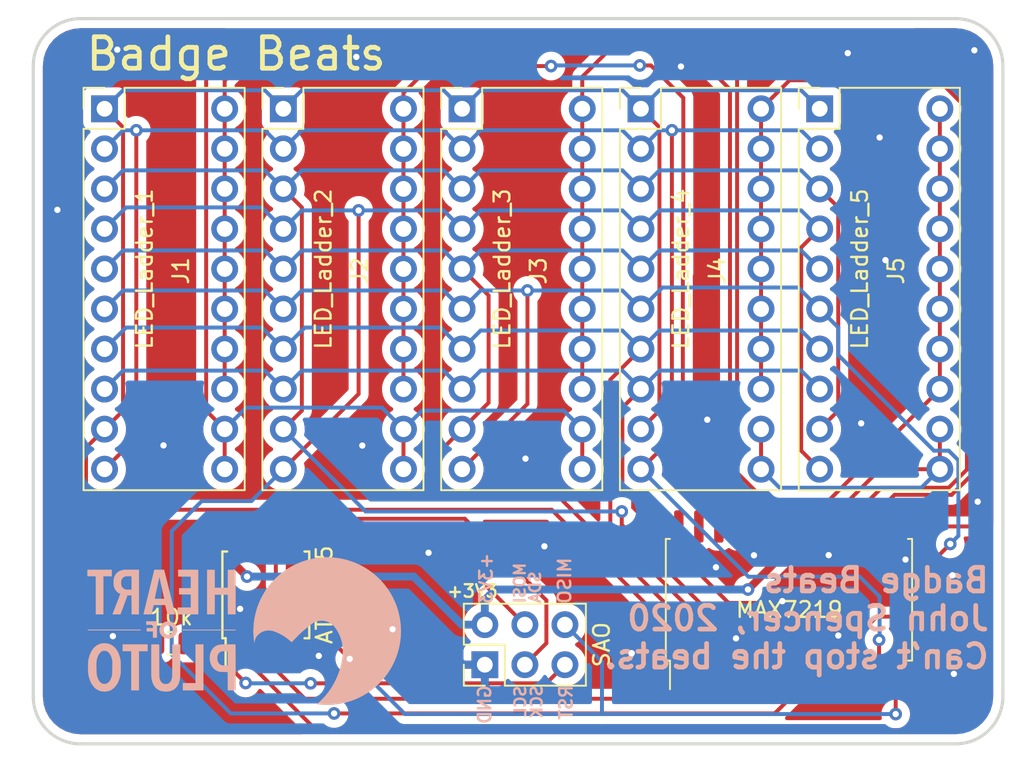
<source format=kicad_pcb>
(kicad_pcb (version 20171130) (host pcbnew "(5.1.6)-1")
  (layers (0 F.Cu signal) (31 B.Cu signal) (34 B.Paste user) (35 F.Paste user) (36 B.SilkS user) (37 F.SilkS user) (38 B.Mask user) (39 F.Mask user) (44 Edge.Cuts user))
  (net 0 "")
  (net 1 /DIG_0)
  (net 2 /SEG_C)
  (net 3 /DIG_1)
  (net 4 /DIG_2)
  (net 5 /DIG_3)
  (net 6 /DIG_4)
  (net 7 /DIG_5)
  (net 8 /DIG_6)
  (net 9 /DIG_7)
  (net 10 /SEG_A)
  (net 11 /SEG_D)
  (net 12 /SEG_E)
  (net 13 /SEG_F)
  (net 14 /SEG_B)
  (net 15 /SEG_G)
  (net 16 +3V3)
  (net 17 GND)
  (net 18 "Net-(U1-Pad24)")
  (net 19 "Net-(U1-Pad22)")
  (net 20 "Net-(U1-Pad18)")
  (net 21 /CLK)
  (net 22 /LOAD)
  (net 23 /DIN)
  (net 24 /RESET)
  (net 25 /MOSI)
  (net 26 /SCK)
  (module libs:logo (layer B.Cu) (at 78.17 69.33 180)
    (fp_text reference G*** hide)
    (fp_text value LOGO hide)
  )
  (module Resistor_SMD:R_0805_2012Metric_Pad1.15x1.40mm_HandSolder (layer F.Cu) (at 78.81 75.67 180)
    (fp_text reference R1 hide)
    (fp_text value 10k (at 0 1.65) (layer F.SilkS))
    (pad 2 smd roundrect (at 1.025 0 180) (size 1.15 1.4) (layers F.Cu F.Paste F.Mask) (roundrect_rratio 0.217391) (net 17 GND))
    (pad 1 smd roundrect (at -1.025 0 180) (size 1.15 1.4) (layers F.Cu F.Paste F.Mask) (roundrect_rratio 0.217391) (net 24 /RESET))
  )
  (module libs:LED_array (layer F.Cu) (at 108.59 41.77)
    (fp_text reference J4 (at 4.84 10.28 90) (layer F.SilkS))
    (fp_text value LED_Ladder_4 (at 2.54 10.16 90) (layer F.SilkS))
    (pad 1 thru_hole rect (at 0 0) (size 1.7 1.7) (drill 1) (layers *.Cu *.Mask) (net 1 /DIG_0))
    (pad 2 thru_hole oval (at 7.62 0) (size 1.7 1.7) (drill 1) (layers *.Cu *.Mask) (net 13 /SEG_F))
    (pad 3 thru_hole oval (at 0 2.54) (size 1.7 1.7) (drill 1) (layers *.Cu *.Mask) (net 3 /DIG_1))
    (pad 4 thru_hole oval (at 7.62 2.54) (size 1.7 1.7) (drill 1) (layers *.Cu *.Mask) (net 13 /SEG_F))
    (pad 5 thru_hole oval (at 0 5.08) (size 1.7 1.7) (drill 1) (layers *.Cu *.Mask) (net 4 /DIG_2))
    (pad 6 thru_hole oval (at 7.62 5.08) (size 1.7 1.7) (drill 1) (layers *.Cu *.Mask) (net 13 /SEG_F))
    (pad 7 thru_hole oval (at 0 7.62) (size 1.7 1.7) (drill 1) (layers *.Cu *.Mask) (net 5 /DIG_3))
    (pad 8 thru_hole oval (at 7.62 7.62) (size 1.7 1.7) (drill 1) (layers *.Cu *.Mask) (net 13 /SEG_F))
    (pad 9 thru_hole oval (at 0 10.16) (size 1.7 1.7) (drill 1) (layers *.Cu *.Mask) (net 6 /DIG_4))
    (pad 10 thru_hole oval (at 7.62 10.16) (size 1.7 1.7) (drill 1) (layers *.Cu *.Mask) (net 13 /SEG_F))
    (pad 11 thru_hole oval (at 0 12.7) (size 1.7 1.7) (drill 1) (layers *.Cu *.Mask) (net 7 /DIG_5))
    (pad 12 thru_hole oval (at 7.62 12.7) (size 1.7 1.7) (drill 1) (layers *.Cu *.Mask) (net 13 /SEG_F))
    (pad 13 thru_hole oval (at 0 15.24) (size 1.7 1.7) (drill 1) (layers *.Cu *.Mask) (net 8 /DIG_6))
    (pad 14 thru_hole oval (at 7.62 15.24) (size 1.7 1.7) (drill 1) (layers *.Cu *.Mask) (net 13 /SEG_F))
    (pad 15 thru_hole oval (at 0 17.78) (size 1.7 1.7) (drill 1) (layers *.Cu *.Mask) (net 9 /DIG_7))
    (pad 16 thru_hole oval (at 7.62 17.78) (size 1.7 1.7) (drill 1) (layers *.Cu *.Mask) (net 13 /SEG_F))
    (pad 17 thru_hole oval (at 0 20.32) (size 1.7 1.7) (drill 1) (layers *.Cu *.Mask) (net 1 /DIG_0))
    (pad 18 thru_hole oval (at 7.62 20.32) (size 1.7 1.7) (drill 1) (layers *.Cu *.Mask) (net 14 /SEG_B))
    (pad 19 thru_hole oval (at 0 22.86) (size 1.7 1.7) (drill 1) (layers *.Cu *.Mask) (net 3 /DIG_1))
    (pad 20 thru_hole oval (at 7.62 22.86) (size 1.7 1.7) (drill 1) (layers *.Cu *.Mask) (net 14 /SEG_B))
  )
  (module Package_SO:SOIJ-8_5.3x5.3mm_P1.27mm (layer F.Cu) (at 84.8 72.6 90)
    (fp_text reference U2 hide)
    (fp_text value ATtiny85 (at 0.01 3.71 270) (layer F.SilkS))
    (pad 8 smd rect (at 3.65 -1.905 90) (size 1.7 0.65) (layers F.Cu F.Paste F.Mask) (net 16 +3V3))
    (pad 7 smd rect (at 3.65 -0.635 90) (size 1.7 0.65) (layers F.Cu F.Paste F.Mask) (net 26 /SCK))
    (pad 6 smd rect (at 3.65 0.635 90) (size 1.7 0.65) (layers F.Cu F.Paste F.Mask) (net 22 /LOAD))
    (pad 5 smd rect (at 3.65 1.905 90) (size 1.7 0.65) (layers F.Cu F.Paste F.Mask) (net 25 /MOSI))
    (pad 4 smd rect (at -3.65 1.905 90) (size 1.7 0.65) (layers F.Cu F.Paste F.Mask) (net 17 GND))
    (pad 3 smd rect (at -3.65 0.635 90) (size 1.7 0.65) (layers F.Cu F.Paste F.Mask) (net 23 /DIN))
    (pad 2 smd rect (at -3.65 -0.635 90) (size 1.7 0.65) (layers F.Cu F.Paste F.Mask) (net 21 /CLK))
    (pad 1 smd rect (at -3.65 -1.905 90) (size 1.7 0.65) (layers F.Cu F.Paste F.Mask) (net 24 /RESET))
  )
  (module Package_SO:SOIC-24W_7.5x15.4mm_P1.27mm (layer F.Cu) (at 117.98 72.91 90)
    (fp_text reference U1 hide)
    (fp_text value MAX7219 (at -0.63 0.02 180) (layer F.SilkS))
    (pad 24 smd roundrect (at 4.65 -6.985 90) (size 2.05 0.6) (layers F.Cu F.Paste F.Mask) (net 18 "Net-(U1-Pad24)"))
    (pad 23 smd roundrect (at 4.65 -5.715 90) (size 2.05 0.6) (layers F.Cu F.Paste F.Mask) (net 11 /SEG_D))
    (pad 22 smd roundrect (at 4.65 -4.445 90) (size 2.05 0.6) (layers F.Cu F.Paste F.Mask) (net 19 "Net-(U1-Pad22)"))
    (pad 21 smd roundrect (at 4.65 -3.175 90) (size 2.05 0.6) (layers F.Cu F.Paste F.Mask) (net 12 /SEG_E))
    (pad 20 smd roundrect (at 4.65 -1.905 90) (size 2.05 0.6) (layers F.Cu F.Paste F.Mask) (net 2 /SEG_C))
    (pad 19 smd roundrect (at 4.65 -0.635 90) (size 2.05 0.6) (layers F.Cu F.Paste F.Mask) (net 16 +3V3))
    (pad 18 smd roundrect (at 4.65 0.635 90) (size 2.05 0.6) (layers F.Cu F.Paste F.Mask) (net 20 "Net-(U1-Pad18)"))
    (pad 17 smd roundrect (at 4.65 1.905 90) (size 2.05 0.6) (layers F.Cu F.Paste F.Mask) (net 15 /SEG_G))
    (pad 16 smd roundrect (at 4.65 3.175 90) (size 2.05 0.6) (layers F.Cu F.Paste F.Mask) (net 14 /SEG_B))
    (pad 15 smd roundrect (at 4.65 4.445 90) (size 2.05 0.6) (layers F.Cu F.Paste F.Mask) (net 13 /SEG_F))
    (pad 14 smd roundrect (at 4.65 5.715 90) (size 2.05 0.6) (layers F.Cu F.Paste F.Mask) (net 10 /SEG_A))
    (pad 13 smd roundrect (at 4.65 6.985 90) (size 2.05 0.6) (layers F.Cu F.Paste F.Mask) (net 21 /CLK))
    (pad 12 smd roundrect (at -4.65 6.985 90) (size 2.05 0.6) (layers F.Cu F.Paste F.Mask) (net 22 /LOAD))
    (pad 11 smd roundrect (at -4.65 5.715 90) (size 2.05 0.6) (layers F.Cu F.Paste F.Mask) (net 3 /DIG_1))
    (pad 10 smd roundrect (at -4.65 4.445 90) (size 2.05 0.6) (layers F.Cu F.Paste F.Mask) (net 7 /DIG_5))
    (pad 9 smd roundrect (at -4.65 3.175 90) (size 2.05 0.6) (layers F.Cu F.Paste F.Mask) (net 17 GND))
    (pad 8 smd roundrect (at -4.65 1.905 90) (size 2.05 0.6) (layers F.Cu F.Paste F.Mask) (net 9 /DIG_7))
    (pad 7 smd roundrect (at -4.65 0.635 90) (size 2.05 0.6) (layers F.Cu F.Paste F.Mask) (net 5 /DIG_3))
    (pad 6 smd roundrect (at -4.65 -0.635 90) (size 2.05 0.6) (layers F.Cu F.Paste F.Mask) (net 4 /DIG_2))
    (pad 5 smd roundrect (at -4.65 -1.905 90) (size 2.05 0.6) (layers F.Cu F.Paste F.Mask) (net 8 /DIG_6))
    (pad 4 smd roundrect (at -4.65 -3.175 90) (size 2.05 0.6) (layers F.Cu F.Paste F.Mask) (net 17 GND))
    (pad 3 smd roundrect (at -4.65 -4.445 90) (size 2.05 0.6) (layers F.Cu F.Paste F.Mask) (net 6 /DIG_4))
    (pad 2 smd roundrect (at -4.65 -5.715 90) (size 2.05 0.6) (layers F.Cu F.Paste F.Mask) (net 1 /DIG_0))
    (pad 1 smd roundrect (at -4.65 -6.985 90) (size 2.05 0.6) (layers F.Cu F.Paste F.Mask) (net 23 /DIN))
  )
  (module Connector_PinHeader_2.54mm:PinHeader_2x03_P2.54mm_Vertical (layer F.Cu) (at 98.69 77.03 90)
    (fp_text reference J6 hide)
    (fp_text value SAO (at 1.27 7.41 90) (layer F.SilkS))
    (fp_text user +3V3 (at 5.47 0.08 90) (layer B.SilkS) (effects (font (size 0.8 0.8)) (justify mirror)))
    (fp_text user SDA (at 4.92 3.19 90) (layer B.SilkS) (effects (font (size 0.7 0.7)) (justify mirror)))
    (fp_text user MISO (at 5.33 5.06 90) (layer B.SilkS) (effects (font (size 0.8 0.8)) (justify mirror)))
    (fp_text user GND (at -2.53 -0.01 90) (layer B.SilkS) (effects (font (size 0.8 0.8)) (justify mirror)))
    (fp_text user SCK (at -2.36 3.29 90) (layer B.SilkS) (effects (font (size 0.7 0.7)) (justify mirror)))
    (fp_text user RST (at -2.39 5.15 90) (layer B.SilkS) (effects (font (size 0.8 0.8)) (justify mirror)))
    (fp_text user +3V3 (at 4.67 -0.78 180) (layer F.SilkS) (effects (font (size 0.8 0.8))))
    (fp_text user SCL (at -2.32 2.25 90) (layer B.SilkS) (effects (font (size 0.7 0.7)) (justify mirror)))
    (fp_text user MOSI (at 5.18 2.22 270) (layer B.SilkS) (effects (font (size 0.7 0.7)) (justify mirror)))
    (pad 6 thru_hole oval (at 2.54 5.08 90) (size 1.7 1.7) (drill 1) (layers *.Cu *.Mask) (net 22 /LOAD))
    (pad 5 thru_hole oval (at 0 5.08 90) (size 1.7 1.7) (drill 1) (layers *.Cu *.Mask) (net 24 /RESET))
    (pad 4 thru_hole oval (at 2.54 2.54 90) (size 1.7 1.7) (drill 1) (layers *.Cu *.Mask) (net 25 /MOSI))
    (pad 3 thru_hole oval (at 0 2.54 90) (size 1.7 1.7) (drill 1) (layers *.Cu *.Mask) (net 26 /SCK))
    (pad 2 thru_hole oval (at 2.54 0 90) (size 1.7 1.7) (drill 1) (layers *.Cu *.Mask) (net 16 +3V3))
    (pad 1 thru_hole rect (at 0 0 90) (size 1.7 1.7) (drill 1) (layers *.Cu *.Mask) (net 17 GND))
  )
  (module libs:LED_array (layer F.Cu) (at 119.93 41.77)
    (fp_text reference J5 (at 4.84 10.28 90) (layer F.SilkS))
    (fp_text value LED_Ladder_5 (at 2.54 10.16 90) (layer F.SilkS))
    (pad 1 thru_hole rect (at 0 0) (size 1.7 1.7) (drill 1) (layers *.Cu *.Mask) (net 1 /DIG_0))
    (pad 2 thru_hole oval (at 7.62 0) (size 1.7 1.7) (drill 1) (layers *.Cu *.Mask) (net 15 /SEG_G))
    (pad 3 thru_hole oval (at 0 2.54) (size 1.7 1.7) (drill 1) (layers *.Cu *.Mask) (net 3 /DIG_1))
    (pad 4 thru_hole oval (at 7.62 2.54) (size 1.7 1.7) (drill 1) (layers *.Cu *.Mask) (net 15 /SEG_G))
    (pad 5 thru_hole oval (at 0 5.08) (size 1.7 1.7) (drill 1) (layers *.Cu *.Mask) (net 4 /DIG_2))
    (pad 6 thru_hole oval (at 7.62 5.08) (size 1.7 1.7) (drill 1) (layers *.Cu *.Mask) (net 15 /SEG_G))
    (pad 7 thru_hole oval (at 0 7.62) (size 1.7 1.7) (drill 1) (layers *.Cu *.Mask) (net 5 /DIG_3))
    (pad 8 thru_hole oval (at 7.62 7.62) (size 1.7 1.7) (drill 1) (layers *.Cu *.Mask) (net 15 /SEG_G))
    (pad 9 thru_hole oval (at 0 10.16) (size 1.7 1.7) (drill 1) (layers *.Cu *.Mask) (net 6 /DIG_4))
    (pad 10 thru_hole oval (at 7.62 10.16) (size 1.7 1.7) (drill 1) (layers *.Cu *.Mask) (net 15 /SEG_G))
    (pad 11 thru_hole oval (at 0 12.7) (size 1.7 1.7) (drill 1) (layers *.Cu *.Mask) (net 7 /DIG_5))
    (pad 12 thru_hole oval (at 7.62 12.7) (size 1.7 1.7) (drill 1) (layers *.Cu *.Mask) (net 15 /SEG_G))
    (pad 13 thru_hole oval (at 0 15.24) (size 1.7 1.7) (drill 1) (layers *.Cu *.Mask) (net 8 /DIG_6))
    (pad 14 thru_hole oval (at 7.62 15.24) (size 1.7 1.7) (drill 1) (layers *.Cu *.Mask) (net 15 /SEG_G))
    (pad 15 thru_hole oval (at 0 17.78) (size 1.7 1.7) (drill 1) (layers *.Cu *.Mask) (net 9 /DIG_7))
    (pad 16 thru_hole oval (at 7.62 17.78) (size 1.7 1.7) (drill 1) (layers *.Cu *.Mask) (net 15 /SEG_G))
    (pad 17 thru_hole oval (at 0 20.32) (size 1.7 1.7) (drill 1) (layers *.Cu *.Mask) (net 4 /DIG_2))
    (pad 18 thru_hole oval (at 7.62 20.32) (size 1.7 1.7) (drill 1) (layers *.Cu *.Mask) (net 14 /SEG_B))
    (pad 19 thru_hole oval (at 0 22.86) (size 1.7 1.7) (drill 1) (layers *.Cu *.Mask) (net 5 /DIG_3))
    (pad 20 thru_hole oval (at 7.62 22.86) (size 1.7 1.7) (drill 1) (layers *.Cu *.Mask) (net 14 /SEG_B))
  )
  (module libs:LED_array (layer F.Cu) (at 97.25 41.77)
    (fp_text reference J3 (at 4.84 10.28 90) (layer F.SilkS))
    (fp_text value LED_Ladder_3 (at 2.54 10.16 90) (layer F.SilkS))
    (pad 1 thru_hole rect (at 0 0) (size 1.7 1.7) (drill 1) (layers *.Cu *.Mask) (net 1 /DIG_0))
    (pad 2 thru_hole oval (at 7.62 0) (size 1.7 1.7) (drill 1) (layers *.Cu *.Mask) (net 12 /SEG_E))
    (pad 3 thru_hole oval (at 0 2.54) (size 1.7 1.7) (drill 1) (layers *.Cu *.Mask) (net 3 /DIG_1))
    (pad 4 thru_hole oval (at 7.62 2.54) (size 1.7 1.7) (drill 1) (layers *.Cu *.Mask) (net 12 /SEG_E))
    (pad 5 thru_hole oval (at 0 5.08) (size 1.7 1.7) (drill 1) (layers *.Cu *.Mask) (net 4 /DIG_2))
    (pad 6 thru_hole oval (at 7.62 5.08) (size 1.7 1.7) (drill 1) (layers *.Cu *.Mask) (net 12 /SEG_E))
    (pad 7 thru_hole oval (at 0 7.62) (size 1.7 1.7) (drill 1) (layers *.Cu *.Mask) (net 5 /DIG_3))
    (pad 8 thru_hole oval (at 7.62 7.62) (size 1.7 1.7) (drill 1) (layers *.Cu *.Mask) (net 12 /SEG_E))
    (pad 9 thru_hole oval (at 0 10.16) (size 1.7 1.7) (drill 1) (layers *.Cu *.Mask) (net 6 /DIG_4))
    (pad 10 thru_hole oval (at 7.62 10.16) (size 1.7 1.7) (drill 1) (layers *.Cu *.Mask) (net 12 /SEG_E))
    (pad 11 thru_hole oval (at 0 12.7) (size 1.7 1.7) (drill 1) (layers *.Cu *.Mask) (net 7 /DIG_5))
    (pad 12 thru_hole oval (at 7.62 12.7) (size 1.7 1.7) (drill 1) (layers *.Cu *.Mask) (net 12 /SEG_E))
    (pad 13 thru_hole oval (at 0 15.24) (size 1.7 1.7) (drill 1) (layers *.Cu *.Mask) (net 8 /DIG_6))
    (pad 14 thru_hole oval (at 7.62 15.24) (size 1.7 1.7) (drill 1) (layers *.Cu *.Mask) (net 12 /SEG_E))
    (pad 15 thru_hole oval (at 0 17.78) (size 1.7 1.7) (drill 1) (layers *.Cu *.Mask) (net 9 /DIG_7))
    (pad 16 thru_hole oval (at 7.62 17.78) (size 1.7 1.7) (drill 1) (layers *.Cu *.Mask) (net 12 /SEG_E))
    (pad 17 thru_hole oval (at 0 20.32) (size 1.7 1.7) (drill 1) (layers *.Cu *.Mask) (net 6 /DIG_4))
    (pad 18 thru_hole oval (at 7.62 20.32) (size 1.7 1.7) (drill 1) (layers *.Cu *.Mask) (net 10 /SEG_A))
    (pad 19 thru_hole oval (at 0 22.86) (size 1.7 1.7) (drill 1) (layers *.Cu *.Mask) (net 7 /DIG_5))
    (pad 20 thru_hole oval (at 7.62 22.86) (size 1.7 1.7) (drill 1) (layers *.Cu *.Mask) (net 10 /SEG_A))
  )
  (module libs:LED_array (layer F.Cu) (at 85.91 41.77)
    (fp_text reference J2 (at 4.84 10.28 90) (layer F.SilkS))
    (fp_text value LED_Ladder_2 (at 2.54 10.16 90) (layer F.SilkS))
    (pad 1 thru_hole rect (at 0 0) (size 1.7 1.7) (drill 1) (layers *.Cu *.Mask) (net 1 /DIG_0))
    (pad 2 thru_hole oval (at 7.62 0) (size 1.7 1.7) (drill 1) (layers *.Cu *.Mask) (net 11 /SEG_D))
    (pad 3 thru_hole oval (at 0 2.54) (size 1.7 1.7) (drill 1) (layers *.Cu *.Mask) (net 3 /DIG_1))
    (pad 4 thru_hole oval (at 7.62 2.54) (size 1.7 1.7) (drill 1) (layers *.Cu *.Mask) (net 11 /SEG_D))
    (pad 5 thru_hole oval (at 0 5.08) (size 1.7 1.7) (drill 1) (layers *.Cu *.Mask) (net 4 /DIG_2))
    (pad 6 thru_hole oval (at 7.62 5.08) (size 1.7 1.7) (drill 1) (layers *.Cu *.Mask) (net 11 /SEG_D))
    (pad 7 thru_hole oval (at 0 7.62) (size 1.7 1.7) (drill 1) (layers *.Cu *.Mask) (net 5 /DIG_3))
    (pad 8 thru_hole oval (at 7.62 7.62) (size 1.7 1.7) (drill 1) (layers *.Cu *.Mask) (net 11 /SEG_D))
    (pad 9 thru_hole oval (at 0 10.16) (size 1.7 1.7) (drill 1) (layers *.Cu *.Mask) (net 6 /DIG_4))
    (pad 10 thru_hole oval (at 7.62 10.16) (size 1.7 1.7) (drill 1) (layers *.Cu *.Mask) (net 11 /SEG_D))
    (pad 11 thru_hole oval (at 0 12.7) (size 1.7 1.7) (drill 1) (layers *.Cu *.Mask) (net 7 /DIG_5))
    (pad 12 thru_hole oval (at 7.62 12.7) (size 1.7 1.7) (drill 1) (layers *.Cu *.Mask) (net 11 /SEG_D))
    (pad 13 thru_hole oval (at 0 15.24) (size 1.7 1.7) (drill 1) (layers *.Cu *.Mask) (net 8 /DIG_6))
    (pad 14 thru_hole oval (at 7.62 15.24) (size 1.7 1.7) (drill 1) (layers *.Cu *.Mask) (net 11 /SEG_D))
    (pad 15 thru_hole oval (at 0 17.78) (size 1.7 1.7) (drill 1) (layers *.Cu *.Mask) (net 9 /DIG_7))
    (pad 16 thru_hole oval (at 7.62 17.78) (size 1.7 1.7) (drill 1) (layers *.Cu *.Mask) (net 11 /SEG_D))
    (pad 17 thru_hole oval (at 0 20.32) (size 1.7 1.7) (drill 1) (layers *.Cu *.Mask) (net 4 /DIG_2))
    (pad 18 thru_hole oval (at 7.62 20.32) (size 1.7 1.7) (drill 1) (layers *.Cu *.Mask) (net 10 /SEG_A))
    (pad 19 thru_hole oval (at 0 22.86) (size 1.7 1.7) (drill 1) (layers *.Cu *.Mask) (net 5 /DIG_3))
    (pad 20 thru_hole oval (at 7.62 22.86) (size 1.7 1.7) (drill 1) (layers *.Cu *.Mask) (net 10 /SEG_A))
  )
  (module libs:LED_array (layer F.Cu) (at 74.57 41.77)
    (fp_text reference J1 (at 4.84 10.28 90) (layer F.SilkS))
    (fp_text value LED_Ladder_1 (at 2.54 10.16 90) (layer F.SilkS))
    (pad 1 thru_hole rect (at 0 0) (size 1.7 1.7) (drill 1) (layers *.Cu *.Mask) (net 1 /DIG_0))
    (pad 2 thru_hole oval (at 7.62 0) (size 1.7 1.7) (drill 1) (layers *.Cu *.Mask) (net 2 /SEG_C))
    (pad 3 thru_hole oval (at 0 2.54) (size 1.7 1.7) (drill 1) (layers *.Cu *.Mask) (net 3 /DIG_1))
    (pad 4 thru_hole oval (at 7.62 2.54) (size 1.7 1.7) (drill 1) (layers *.Cu *.Mask) (net 2 /SEG_C))
    (pad 5 thru_hole oval (at 0 5.08) (size 1.7 1.7) (drill 1) (layers *.Cu *.Mask) (net 4 /DIG_2))
    (pad 6 thru_hole oval (at 7.62 5.08) (size 1.7 1.7) (drill 1) (layers *.Cu *.Mask) (net 2 /SEG_C))
    (pad 7 thru_hole oval (at 0 7.62) (size 1.7 1.7) (drill 1) (layers *.Cu *.Mask) (net 5 /DIG_3))
    (pad 8 thru_hole oval (at 7.62 7.62) (size 1.7 1.7) (drill 1) (layers *.Cu *.Mask) (net 2 /SEG_C))
    (pad 9 thru_hole oval (at 0 10.16) (size 1.7 1.7) (drill 1) (layers *.Cu *.Mask) (net 6 /DIG_4))
    (pad 10 thru_hole oval (at 7.62 10.16) (size 1.7 1.7) (drill 1) (layers *.Cu *.Mask) (net 2 /SEG_C))
    (pad 11 thru_hole oval (at 0 12.7) (size 1.7 1.7) (drill 1) (layers *.Cu *.Mask) (net 7 /DIG_5))
    (pad 12 thru_hole oval (at 7.62 12.7) (size 1.7 1.7) (drill 1) (layers *.Cu *.Mask) (net 2 /SEG_C))
    (pad 13 thru_hole oval (at 0 15.24) (size 1.7 1.7) (drill 1) (layers *.Cu *.Mask) (net 8 /DIG_6))
    (pad 14 thru_hole oval (at 7.62 15.24) (size 1.7 1.7) (drill 1) (layers *.Cu *.Mask) (net 2 /SEG_C))
    (pad 15 thru_hole oval (at 0 17.78) (size 1.7 1.7) (drill 1) (layers *.Cu *.Mask) (net 9 /DIG_7))
    (pad 16 thru_hole oval (at 7.62 17.78) (size 1.7 1.7) (drill 1) (layers *.Cu *.Mask) (net 2 /SEG_C))
    (pad 17 thru_hole oval (at 0 20.32) (size 1.7 1.7) (drill 1) (layers *.Cu *.Mask) (net 1 /DIG_0))
    (pad 18 thru_hole oval (at 7.62 20.32) (size 1.7 1.7) (drill 1) (layers *.Cu *.Mask) (net 10 /SEG_A))
    (pad 19 thru_hole oval (at 0 22.86) (size 1.7 1.7) (drill 1) (layers *.Cu *.Mask) (net 3 /DIG_1))
    (pad 20 thru_hole oval (at 7.62 22.86) (size 1.7 1.7) (drill 1) (layers *.Cu *.Mask) (net 10 /SEG_A))
  )
  (gr_text "Badge Beats\nJohn Spencer, 2020\nCan't stop the beats." (at 130.81 74.09) (layer B.SilkS) (effects (font (size 1.5 1.5) (thickness 0.3)) (justify left mirror)))
  (gr_text "Badge Beats" (at 82.92 38.29) (layer F.SilkS) (effects (font (size 2 2) (thickness 0.3))))
  (gr_line (start 73.050312 82.05) (end 128.550312 82.05) (layer Edge.Cuts) (width 0.2))
  (gr_line (start 70.050312 39.05) (end 70.050312 79.05) (layer Edge.Cuts) (width 0.2))
  (gr_arc (start 128.55 39.05) (end 131.55 39.05) (angle -90) (layer Edge.Cuts) (width 0.2))
  (gr_arc (start 128.55 79.05) (end 128.55 82.05) (angle -90) (layer Edge.Cuts) (width 0.2))
  (gr_line (start 131.550312 79.05) (end 131.550312 39.05) (layer Edge.Cuts) (width 0.2))
  (gr_arc (start 73.05 79.05) (end 70.05 79.05) (angle -90) (layer Edge.Cuts) (width 0.2))
  (gr_line (start 128.550312 36.05) (end 73.050312 36.05) (layer Edge.Cuts) (width 0.2))
  (gr_arc (start 73.05 39.05) (end 73.05 36.05) (angle -90) (layer Edge.Cuts) (width 0.2))
  (segment (start 84.734999 40.594999) (end 85.91 41.77) (width 0.25) (layer B.Cu) (net 1))
  (segment (start 75.745001 40.594999) (end 84.734999 40.594999) (width 0.25) (layer B.Cu) (net 1))
  (segment (start 74.57 41.77) (end 75.745001 40.594999) (width 0.25) (layer B.Cu) (net 1))
  (segment (start 96.074999 40.594999) (end 97.25 41.77) (width 0.25) (layer B.Cu) (net 1))
  (segment (start 87.085001 40.594999) (end 96.074999 40.594999) (width 0.25) (layer B.Cu) (net 1))
  (segment (start 85.91 41.77) (end 87.085001 40.594999) (width 0.25) (layer B.Cu) (net 1))
  (segment (start 107.414999 40.594999) (end 108.59 41.77) (width 0.25) (layer B.Cu) (net 1))
  (segment (start 98.425001 40.594999) (end 107.414999 40.594999) (width 0.25) (layer B.Cu) (net 1))
  (segment (start 97.25 41.77) (end 98.425001 40.594999) (width 0.25) (layer B.Cu) (net 1))
  (segment (start 118.754999 40.594999) (end 119.93 41.77) (width 0.25) (layer B.Cu) (net 1))
  (segment (start 109.765001 40.594999) (end 118.754999 40.594999) (width 0.25) (layer B.Cu) (net 1))
  (segment (start 108.59 41.77) (end 109.765001 40.594999) (width 0.25) (layer B.Cu) (net 1))
  (segment (start 109.765001 42.945001) (end 108.59 41.77) (width 0.25) (layer F.Cu) (net 1))
  (segment (start 109.765001 60.914999) (end 109.765001 42.945001) (width 0.25) (layer F.Cu) (net 1))
  (segment (start 108.59 62.09) (end 109.765001 60.914999) (width 0.25) (layer F.Cu) (net 1))
  (segment (start 112.265 76.535) (end 102.93 67.2) (width 0.25) (layer F.Cu) (net 1))
  (segment (start 112.265 77.56) (end 112.265 76.535) (width 0.25) (layer F.Cu) (net 1))
  (segment (start 75.745001 42.945001) (end 74.57 41.77) (width 0.25) (layer F.Cu) (net 1))
  (segment (start 75.745001 60.914999) (end 75.745001 42.945001) (width 0.25) (layer F.Cu) (net 1))
  (segment (start 74.57 62.09) (end 75.745001 60.914999) (width 0.25) (layer F.Cu) (net 1))
  (segment (start 73.394999 65.864999) (end 74.73 67.2) (width 0.25) (layer F.Cu) (net 1))
  (segment (start 73.394999 63.265001) (end 73.394999 65.864999) (width 0.25) (layer F.Cu) (net 1))
  (segment (start 74.57 62.09) (end 73.394999 63.265001) (width 0.25) (layer F.Cu) (net 1))
  (segment (start 102.93 67.2) (end 74.73 67.2) (width 0.25) (layer F.Cu) (net 1))
  (segment (start 82.19 59.55) (end 82.19 41.77) (width 0.25) (layer F.Cu) (net 2))
  (segment (start 116.075 66.234002) (end 116.075 68.26) (width 0.25) (layer F.Cu) (net 2))
  (segment (start 114.69 64.849002) (end 116.075 66.234002) (width 0.25) (layer F.Cu) (net 2))
  (segment (start 82.19 41.77) (end 82.19 39.98) (width 0.25) (layer F.Cu) (net 2))
  (segment (start 112.36999 37.50999) (end 114.69 39.83) (width 0.25) (layer F.Cu) (net 2))
  (segment (start 82.19 39.98) (end 84.66001 37.50999) (width 0.25) (layer F.Cu) (net 2))
  (segment (start 84.66001 37.50999) (end 112.36999 37.50999) (width 0.25) (layer F.Cu) (net 2))
  (segment (start 114.69 39.83) (end 114.69 64.849002) (width 0.25) (layer F.Cu) (net 2))
  (segment (start 84.734999 43.134999) (end 85.91 44.31) (width 0.25) (layer B.Cu) (net 3))
  (segment (start 74.57 44.31) (end 75.745001 43.134999) (width 0.25) (layer B.Cu) (net 3))
  (segment (start 96.074999 43.134999) (end 97.25 44.31) (width 0.25) (layer B.Cu) (net 3))
  (segment (start 87.085001 43.134999) (end 96.074999 43.134999) (width 0.25) (layer B.Cu) (net 3))
  (segment (start 85.91 44.31) (end 87.085001 43.134999) (width 0.25) (layer B.Cu) (net 3))
  (segment (start 107.414999 43.134999) (end 108.59 44.31) (width 0.25) (layer B.Cu) (net 3))
  (segment (start 98.425001 43.134999) (end 107.414999 43.134999) (width 0.25) (layer B.Cu) (net 3))
  (segment (start 97.25 44.31) (end 98.425001 43.134999) (width 0.25) (layer B.Cu) (net 3))
  (segment (start 118.754999 43.134999) (end 119.93 44.31) (width 0.25) (layer B.Cu) (net 3))
  (segment (start 108.59 44.31) (end 109.765001 43.134999) (width 0.25) (layer B.Cu) (net 3))
  (segment (start 80.274999 43.134999) (end 84.734999 43.134999) (width 0.25) (layer B.Cu) (net 3))
  (segment (start 112.265001 43.134999) (end 118.754999 43.134999) (width 0.25) (layer B.Cu) (net 3))
  (segment (start 123.695 77.56) (end 123.695 76.155) (width 0.25) (layer F.Cu) (net 3))
  (via (at 76.584999 43.134999) (size 0.8) (drill 0.4) (layers F.Cu B.Cu) (net 3))
  (segment (start 76.584999 62.615001) (end 76.584999 43.134999) (width 0.25) (layer F.Cu) (net 3))
  (segment (start 75.745001 43.134999) (end 76.584999 43.134999) (width 0.25) (layer B.Cu) (net 3))
  (segment (start 74.57 64.63) (end 76.584999 62.615001) (width 0.25) (layer F.Cu) (net 3))
  (segment (start 76.584999 43.134999) (end 80.274999 43.134999) (width 0.25) (layer B.Cu) (net 3))
  (via (at 110.554999 43.134999) (size 0.8) (drill 0.4) (layers F.Cu B.Cu) (net 3))
  (segment (start 110.554999 62.665001) (end 110.554999 43.134999) (width 0.25) (layer F.Cu) (net 3))
  (segment (start 108.59 64.63) (end 110.554999 62.665001) (width 0.25) (layer F.Cu) (net 3))
  (segment (start 109.765001 43.134999) (end 110.554999 43.134999) (width 0.25) (layer B.Cu) (net 3))
  (segment (start 110.554999 43.134999) (end 112.265001 43.134999) (width 0.25) (layer B.Cu) (net 3))
  (via (at 123.695 75.455) (size 0.8) (drill 0.4) (layers F.Cu B.Cu) (net 3))
  (segment (start 123.695 77.56) (end 123.695 75.455) (width 0.25) (layer F.Cu) (net 3))
  (segment (start 123.73 75.42) (end 123.695 75.455) (width 0.25) (layer B.Cu) (net 3))
  (segment (start 122.47 71.45) (end 123.73 72.71) (width 0.25) (layer B.Cu) (net 3))
  (segment (start 108.59 64.63) (end 115.41 71.45) (width 0.25) (layer B.Cu) (net 3))
  (segment (start 123.73 72.71) (end 123.73 75.42) (width 0.25) (layer B.Cu) (net 3))
  (segment (start 115.41 71.45) (end 122.47 71.45) (width 0.25) (layer B.Cu) (net 3))
  (segment (start 118.754999 45.674999) (end 109.765001 45.674999) (width 0.25) (layer B.Cu) (net 4))
  (segment (start 109.765001 45.674999) (end 108.59 46.85) (width 0.25) (layer B.Cu) (net 4))
  (segment (start 119.93 46.85) (end 118.754999 45.674999) (width 0.25) (layer B.Cu) (net 4))
  (segment (start 98.425001 45.674999) (end 97.25 46.85) (width 0.25) (layer B.Cu) (net 4))
  (segment (start 107.414999 45.674999) (end 98.425001 45.674999) (width 0.25) (layer B.Cu) (net 4))
  (segment (start 108.59 46.85) (end 107.414999 45.674999) (width 0.25) (layer B.Cu) (net 4))
  (segment (start 87.085001 45.674999) (end 85.91 46.85) (width 0.25) (layer B.Cu) (net 4))
  (segment (start 96.074999 45.674999) (end 87.085001 45.674999) (width 0.25) (layer B.Cu) (net 4))
  (segment (start 97.25 46.85) (end 96.074999 45.674999) (width 0.25) (layer B.Cu) (net 4))
  (segment (start 75.745001 45.674999) (end 74.57 46.85) (width 0.25) (layer B.Cu) (net 4))
  (segment (start 84.734999 45.674999) (end 75.745001 45.674999) (width 0.25) (layer B.Cu) (net 4))
  (segment (start 85.91 46.85) (end 84.734999 45.674999) (width 0.25) (layer B.Cu) (net 4))
  (segment (start 87.085001 60.914999) (end 85.91 62.09) (width 0.25) (layer F.Cu) (net 4))
  (segment (start 87.085001 48.025001) (end 87.085001 60.914999) (width 0.25) (layer F.Cu) (net 4))
  (segment (start 85.91 46.85) (end 87.085001 48.025001) (width 0.25) (layer F.Cu) (net 4))
  (via (at 107.375 67.31) (size 0.8) (drill 0.4) (layers F.Cu B.Cu) (net 4))
  (segment (start 107.375 68.155) (end 107.375 67.31) (width 0.25) (layer F.Cu) (net 4))
  (segment (start 91.13 67.31) (end 85.91 62.09) (width 0.25) (layer B.Cu) (net 4))
  (segment (start 107.375 67.31) (end 91.13 67.31) (width 0.25) (layer B.Cu) (net 4))
  (segment (start 121.105001 48.025001) (end 119.93 46.85) (width 0.25) (layer F.Cu) (net 4))
  (segment (start 121.105001 60.914999) (end 121.105001 48.025001) (width 0.25) (layer F.Cu) (net 4))
  (segment (start 119.93 62.09) (end 121.105001 60.914999) (width 0.25) (layer F.Cu) (net 4))
  (segment (start 112.89 73.67) (end 115.7 73.67) (width 0.25) (layer F.Cu) (net 4))
  (segment (start 112.89 73.67) (end 107.375 68.155) (width 0.25) (layer F.Cu) (net 4))
  (segment (start 117.345 75.315) (end 117.345 77.56) (width 0.25) (layer F.Cu) (net 4))
  (segment (start 115.7 73.67) (end 117.345 75.315) (width 0.25) (layer F.Cu) (net 4))
  (segment (start 84.545001 48.025001) (end 85.91 49.39) (width 0.25) (layer B.Cu) (net 5))
  (segment (start 75.934999 48.025001) (end 84.545001 48.025001) (width 0.25) (layer B.Cu) (net 5))
  (segment (start 74.57 49.39) (end 75.934999 48.025001) (width 0.25) (layer B.Cu) (net 5))
  (segment (start 96.074999 48.214999) (end 97.25 49.39) (width 0.25) (layer B.Cu) (net 5))
  (segment (start 85.91 49.39) (end 87.085001 48.214999) (width 0.25) (layer B.Cu) (net 5))
  (segment (start 107.414999 48.214999) (end 108.59 49.39) (width 0.25) (layer B.Cu) (net 5))
  (segment (start 98.425001 48.214999) (end 107.414999 48.214999) (width 0.25) (layer B.Cu) (net 5))
  (segment (start 97.25 49.39) (end 98.425001 48.214999) (width 0.25) (layer B.Cu) (net 5))
  (segment (start 118.754999 48.214999) (end 119.93 49.39) (width 0.25) (layer B.Cu) (net 5))
  (segment (start 109.765001 48.214999) (end 118.754999 48.214999) (width 0.25) (layer B.Cu) (net 5))
  (segment (start 108.59 49.39) (end 109.765001 48.214999) (width 0.25) (layer B.Cu) (net 5))
  (via (at 90.685001 48.214999) (size 0.8) (drill 0.4) (layers F.Cu B.Cu) (net 5))
  (segment (start 90.685001 59.854999) (end 90.685001 48.214999) (width 0.25) (layer F.Cu) (net 5))
  (segment (start 85.91 64.63) (end 90.685001 59.854999) (width 0.25) (layer F.Cu) (net 5))
  (segment (start 87.085001 48.214999) (end 90.685001 48.214999) (width 0.25) (layer B.Cu) (net 5))
  (segment (start 90.685001 48.214999) (end 96.074999 48.214999) (width 0.25) (layer B.Cu) (net 5))
  (via (at 89.13 80.12) (size 0.8) (drill 0.4) (layers F.Cu B.Cu) (net 5))
  (segment (start 83.89 66.65) (end 85.91 64.63) (width 0.25) (layer B.Cu) (net 5))
  (segment (start 89.13 80.12) (end 82.58 80.12) (width 0.25) (layer B.Cu) (net 5))
  (segment (start 78.83 76.37) (end 78.83 68.56) (width 0.25) (layer B.Cu) (net 5))
  (segment (start 80.74 66.65) (end 83.89 66.65) (width 0.25) (layer B.Cu) (net 5))
  (segment (start 82.58 80.12) (end 78.83 76.37) (width 0.25) (layer B.Cu) (net 5))
  (segment (start 78.83 68.56) (end 80.74 66.65) (width 0.25) (layer B.Cu) (net 5))
  (segment (start 118.754999 63.454999) (end 118.754999 50.565001) (width 0.25) (layer F.Cu) (net 5))
  (segment (start 118.754999 50.565001) (end 119.93 49.39) (width 0.25) (layer F.Cu) (net 5))
  (segment (start 119.93 64.63) (end 118.754999 63.454999) (width 0.25) (layer F.Cu) (net 5))
  (segment (start 118.615 78.585) (end 118.615 77.56) (width 0.25) (layer F.Cu) (net 5))
  (segment (start 117.08 80.12) (end 118.615 78.585) (width 0.25) (layer F.Cu) (net 5))
  (segment (start 89.13 80.12) (end 117.08 80.12) (width 0.25) (layer F.Cu) (net 5))
  (segment (start 109.765001 50.754999) (end 108.59 51.93) (width 0.25) (layer B.Cu) (net 6))
  (segment (start 118.754999 50.754999) (end 109.765001 50.754999) (width 0.25) (layer B.Cu) (net 6))
  (segment (start 119.93 51.93) (end 118.754999 50.754999) (width 0.25) (layer B.Cu) (net 6))
  (segment (start 98.425001 50.754999) (end 97.25 51.93) (width 0.25) (layer B.Cu) (net 6))
  (segment (start 107.414999 50.754999) (end 98.425001 50.754999) (width 0.25) (layer B.Cu) (net 6))
  (segment (start 108.59 51.93) (end 107.414999 50.754999) (width 0.25) (layer B.Cu) (net 6))
  (segment (start 87.085001 50.754999) (end 85.91 51.93) (width 0.25) (layer B.Cu) (net 6))
  (segment (start 96.074999 50.754999) (end 87.085001 50.754999) (width 0.25) (layer B.Cu) (net 6))
  (segment (start 97.25 51.93) (end 96.074999 50.754999) (width 0.25) (layer B.Cu) (net 6))
  (segment (start 75.745001 50.754999) (end 74.57 51.93) (width 0.25) (layer B.Cu) (net 6))
  (segment (start 84.734999 50.754999) (end 75.745001 50.754999) (width 0.25) (layer B.Cu) (net 6))
  (segment (start 85.91 51.93) (end 84.734999 50.754999) (width 0.25) (layer B.Cu) (net 6))
  (segment (start 97.25 62.09) (end 98.93 60.41) (width 0.25) (layer F.Cu) (net 6))
  (segment (start 98.93 53.61) (end 97.25 51.93) (width 0.25) (layer F.Cu) (net 6))
  (segment (start 98.93 60.41) (end 98.93 53.61) (width 0.25) (layer F.Cu) (net 6))
  (segment (start 113.535 76.535) (end 103.49 66.49) (width 0.25) (layer F.Cu) (net 6))
  (segment (start 113.535 77.56) (end 113.535 76.535) (width 0.25) (layer F.Cu) (net 6))
  (segment (start 103.49 66.49) (end 96.87 66.49) (width 0.25) (layer F.Cu) (net 6))
  (segment (start 96.87 66.49) (end 95.51 65.13) (width 0.25) (layer F.Cu) (net 6))
  (segment (start 95.51 63.83) (end 97.25 62.09) (width 0.25) (layer F.Cu) (net 6))
  (segment (start 95.51 65.13) (end 95.51 63.83) (width 0.25) (layer F.Cu) (net 6))
  (segment (start 109.954999 53.105001) (end 108.59 54.47) (width 0.25) (layer B.Cu) (net 7))
  (segment (start 118.565001 53.105001) (end 109.954999 53.105001) (width 0.25) (layer B.Cu) (net 7))
  (segment (start 119.93 54.47) (end 118.565001 53.105001) (width 0.25) (layer B.Cu) (net 7))
  (segment (start 98.425001 53.294999) (end 97.25 54.47) (width 0.25) (layer B.Cu) (net 7))
  (segment (start 108.59 54.47) (end 107.414999 53.294999) (width 0.25) (layer B.Cu) (net 7))
  (segment (start 87.085001 53.294999) (end 85.91 54.47) (width 0.25) (layer B.Cu) (net 7))
  (segment (start 96.074999 53.294999) (end 87.085001 53.294999) (width 0.25) (layer B.Cu) (net 7))
  (segment (start 97.25 54.47) (end 96.074999 53.294999) (width 0.25) (layer B.Cu) (net 7))
  (segment (start 75.745001 53.294999) (end 74.57 54.47) (width 0.25) (layer B.Cu) (net 7))
  (segment (start 84.734999 53.294999) (end 75.745001 53.294999) (width 0.25) (layer B.Cu) (net 7))
  (segment (start 85.91 54.47) (end 84.734999 53.294999) (width 0.25) (layer B.Cu) (net 7))
  (via (at 101.395001 53.294999) (size 0.8) (drill 0.4) (layers F.Cu B.Cu) (net 7))
  (segment (start 101.395001 60.484999) (end 101.395001 53.294999) (width 0.25) (layer F.Cu) (net 7))
  (segment (start 97.25 64.63) (end 101.395001 60.484999) (width 0.25) (layer F.Cu) (net 7))
  (segment (start 107.414999 53.294999) (end 101.395001 53.294999) (width 0.25) (layer B.Cu) (net 7))
  (segment (start 101.395001 53.294999) (end 98.425001 53.294999) (width 0.25) (layer B.Cu) (net 7))
  (via (at 128.21 69.37) (size 0.8) (drill 0.4) (layers F.Cu B.Cu) (net 7))
  (segment (start 128.725001 68.854999) (end 128.21 69.37) (width 0.25) (layer B.Cu) (net 7))
  (segment (start 128.725001 64.065999) (end 128.725001 68.854999) (width 0.25) (layer B.Cu) (net 7))
  (segment (start 128.114001 63.454999) (end 128.725001 64.065999) (width 0.25) (layer B.Cu) (net 7))
  (segment (start 127.175997 63.454999) (end 128.114001 63.454999) (width 0.25) (layer B.Cu) (net 7))
  (segment (start 121.105001 57.384003) (end 127.175997 63.454999) (width 0.25) (layer B.Cu) (net 7))
  (segment (start 121.105001 55.645001) (end 121.105001 57.384003) (width 0.25) (layer B.Cu) (net 7))
  (segment (start 119.93 54.47) (end 121.105001 55.645001) (width 0.25) (layer B.Cu) (net 7))
  (segment (start 122.425 77.56) (end 122.425 75.105) (width 0.25) (layer F.Cu) (net 7))
  (segment (start 122.425 75.105) (end 123.55 73.98) (width 0.25) (layer F.Cu) (net 7))
  (segment (start 123.55 73.98) (end 125.61 73.98) (width 0.25) (layer F.Cu) (net 7))
  (segment (start 125.61 71.97) (end 128.21 69.37) (width 0.25) (layer F.Cu) (net 7))
  (segment (start 125.61 73.98) (end 125.61 71.97) (width 0.25) (layer F.Cu) (net 7))
  (segment (start 84.545001 55.645001) (end 85.91 57.01) (width 0.25) (layer B.Cu) (net 8))
  (segment (start 75.934999 55.645001) (end 84.545001 55.645001) (width 0.25) (layer B.Cu) (net 8))
  (segment (start 74.57 57.01) (end 75.934999 55.645001) (width 0.25) (layer B.Cu) (net 8))
  (segment (start 87.274999 55.645001) (end 95.885001 55.645001) (width 0.25) (layer B.Cu) (net 8))
  (segment (start 95.885001 55.645001) (end 97.25 57.01) (width 0.25) (layer B.Cu) (net 8))
  (segment (start 85.91 57.01) (end 87.274999 55.645001) (width 0.25) (layer B.Cu) (net 8))
  (segment (start 107.414999 55.834999) (end 108.59 57.01) (width 0.25) (layer B.Cu) (net 8))
  (segment (start 98.425001 55.834999) (end 107.414999 55.834999) (width 0.25) (layer B.Cu) (net 8))
  (segment (start 97.25 57.01) (end 98.425001 55.834999) (width 0.25) (layer B.Cu) (net 8))
  (segment (start 109.765001 55.834999) (end 118.754999 55.834999) (width 0.25) (layer B.Cu) (net 8))
  (segment (start 118.754999 55.834999) (end 119.93 57.01) (width 0.25) (layer B.Cu) (net 8))
  (segment (start 108.59 57.01) (end 109.765001 55.834999) (width 0.25) (layer B.Cu) (net 8))
  (segment (start 106.65 68.44) (end 106.65 58.95) (width 0.25) (layer F.Cu) (net 8))
  (segment (start 106.65 58.95) (end 108.59 57.01) (width 0.25) (layer F.Cu) (net 8))
  (segment (start 112.33 74.12) (end 115.34 74.12) (width 0.25) (layer F.Cu) (net 8))
  (segment (start 112.33 74.12) (end 106.65 68.44) (width 0.25) (layer F.Cu) (net 8))
  (segment (start 116.075 74.855) (end 116.075 77.56) (width 0.25) (layer F.Cu) (net 8))
  (segment (start 115.34 74.12) (end 116.075 74.855) (width 0.25) (layer F.Cu) (net 8))
  (segment (start 109.765001 58.374999) (end 108.59 59.55) (width 0.25) (layer B.Cu) (net 9))
  (segment (start 118.754999 58.374999) (end 109.765001 58.374999) (width 0.25) (layer B.Cu) (net 9))
  (segment (start 119.93 59.55) (end 118.754999 58.374999) (width 0.25) (layer B.Cu) (net 9))
  (segment (start 107.414999 58.374999) (end 98.425001 58.374999) (width 0.25) (layer B.Cu) (net 9))
  (segment (start 98.425001 58.374999) (end 97.25 59.55) (width 0.25) (layer B.Cu) (net 9))
  (segment (start 108.59 59.55) (end 107.414999 58.374999) (width 0.25) (layer B.Cu) (net 9))
  (segment (start 96.074999 58.374999) (end 87.085001 58.374999) (width 0.25) (layer B.Cu) (net 9))
  (segment (start 87.085001 58.374999) (end 85.91 59.55) (width 0.25) (layer B.Cu) (net 9))
  (segment (start 97.25 59.55) (end 96.074999 58.374999) (width 0.25) (layer B.Cu) (net 9))
  (segment (start 75.745001 58.374999) (end 74.57 59.55) (width 0.25) (layer B.Cu) (net 9))
  (segment (start 84.734999 58.374999) (end 75.745001 58.374999) (width 0.25) (layer B.Cu) (net 9))
  (segment (start 85.91 59.55) (end 84.734999 58.374999) (width 0.25) (layer B.Cu) (net 9))
  (segment (start 119.885 77.133232) (end 119.885 77.56) (width 0.25) (layer F.Cu) (net 9))
  (segment (start 115.861768 73.11) (end 119.885 77.133232) (width 0.25) (layer F.Cu) (net 9))
  (segment (start 114.148232 73.11) (end 115.861768 73.11) (width 0.25) (layer F.Cu) (net 9))
  (segment (start 108.59 59.55) (end 107.414999 60.725001) (width 0.25) (layer F.Cu) (net 9))
  (segment (start 107.414999 60.725001) (end 107.414999 65.684999) (width 0.25) (layer F.Cu) (net 9))
  (segment (start 107.414999 65.684999) (end 108.100001 66.370001) (width 0.25) (layer F.Cu) (net 9))
  (segment (start 108.100001 66.370001) (end 108.100001 67.061769) (width 0.25) (layer F.Cu) (net 9))
  (segment (start 108.100001 67.061769) (end 114.148232 73.11) (width 0.25) (layer F.Cu) (net 9))
  (segment (start 82.19 64.63) (end 82.19 62.09) (width 0.25) (layer F.Cu) (net 10))
  (segment (start 93.53 62.09) (end 93.53 64.63) (width 0.25) (layer F.Cu) (net 10))
  (segment (start 104.87 64.63) (end 104.87 62.09) (width 0.25) (layer F.Cu) (net 10))
  (segment (start 92.165001 60.725001) (end 93.53 62.09) (width 0.25) (layer B.Cu) (net 10))
  (segment (start 83.554999 60.725001) (end 92.165001 60.725001) (width 0.25) (layer B.Cu) (net 10))
  (segment (start 82.19 62.09) (end 83.554999 60.725001) (width 0.25) (layer B.Cu) (net 10))
  (segment (start 103.694999 60.914999) (end 104.87 62.09) (width 0.25) (layer B.Cu) (net 10))
  (segment (start 94.705001 60.914999) (end 103.694999 60.914999) (width 0.25) (layer B.Cu) (net 10))
  (segment (start 93.53 62.09) (end 94.705001 60.914999) (width 0.25) (layer B.Cu) (net 10))
  (segment (start 123.695 67.235) (end 123.695 68.26) (width 0.25) (layer F.Cu) (net 10))
  (segment (start 124.674989 66.255011) (end 123.695 67.235) (width 0.25) (layer F.Cu) (net 10))
  (segment (start 128.300402 66.25501) (end 124.674989 66.255011) (width 0.25) (layer F.Cu) (net 10))
  (segment (start 129.720009 41.564597) (end 129.72001 64.835402) (width 0.25) (layer F.Cu) (net 10))
  (segment (start 82.19 62.09) (end 81.014999 60.914999) (width 0.25) (layer F.Cu) (net 10))
  (segment (start 81.014999 60.914999) (end 81.014999 39.018591) (width 0.25) (layer F.Cu) (net 10))
  (segment (start 81.014999 39.018591) (end 82.97361 37.05998) (width 0.25) (layer F.Cu) (net 10))
  (segment (start 82.97361 37.05998) (end 125.215392 37.05998) (width 0.25) (layer F.Cu) (net 10))
  (segment (start 129.72001 64.835402) (end 128.300402 66.25501) (width 0.25) (layer F.Cu) (net 10))
  (segment (start 125.215392 37.05998) (end 129.720009 41.564597) (width 0.25) (layer F.Cu) (net 10))
  (segment (start 93.53 59.55) (end 93.53 41.77) (width 0.25) (layer F.Cu) (net 11))
  (via (at 108.52 39.02) (size 0.8) (drill 0.4) (layers F.Cu B.Cu) (net 11))
  (via (at 102.89 39.06) (size 0.8) (drill 0.4) (layers F.Cu B.Cu) (net 11))
  (segment (start 108.52 39.02) (end 102.93 39.02) (width 0.25) (layer B.Cu) (net 11))
  (segment (start 102.93 39.02) (end 102.89 39.06) (width 0.25) (layer B.Cu) (net 11))
  (segment (start 102.89 39.06) (end 95.24 39.06) (width 0.25) (layer F.Cu) (net 11))
  (segment (start 93.53 40.77) (end 93.53 41.77) (width 0.25) (layer F.Cu) (net 11))
  (segment (start 95.24 39.06) (end 93.53 40.77) (width 0.25) (layer F.Cu) (net 11))
  (segment (start 109.223004 39.02) (end 108.52 39.02) (width 0.25) (layer F.Cu) (net 11))
  (segment (start 111.28 41.076996) (end 109.223004 39.02) (width 0.25) (layer F.Cu) (net 11))
  (segment (start 111.28 52.17) (end 111.28 41.076996) (width 0.25) (layer F.Cu) (net 11))
  (segment (start 111.25 65) (end 111.25 52.2) (width 0.25) (layer F.Cu) (net 11))
  (segment (start 112.265 66.015) (end 111.25 65) (width 0.25) (layer F.Cu) (net 11))
  (segment (start 111.25 52.2) (end 111.28 52.17) (width 0.25) (layer F.Cu) (net 11))
  (segment (start 112.265 68.26) (end 112.265 66.015) (width 0.25) (layer F.Cu) (net 11))
  (segment (start 104.87 59.55) (end 104.87 41.77) (width 0.25) (layer F.Cu) (net 12))
  (segment (start 114.805 67.235) (end 114.23999 66.66999) (width 0.25) (layer F.Cu) (net 12))
  (segment (start 114.805 68.26) (end 114.805 67.235) (width 0.25) (layer F.Cu) (net 12))
  (segment (start 114.23999 66.66999) (end 114.23999 40.53999) (width 0.25) (layer F.Cu) (net 12))
  (segment (start 114.23999 40.53999) (end 111.66 37.96) (width 0.25) (layer F.Cu) (net 12))
  (segment (start 111.66 37.96) (end 106.65 37.96) (width 0.25) (layer F.Cu) (net 12))
  (segment (start 104.87 39.74) (end 106.65 37.96) (width 0.25) (layer F.Cu) (net 12))
  (segment (start 104.87 41.77) (end 104.87 39.74) (width 0.25) (layer F.Cu) (net 12))
  (segment (start 116.21 59.55) (end 116.21 41.77) (width 0.25) (layer F.Cu) (net 13))
  (segment (start 128.114001 65.805001) (end 129.27 64.649002) (width 0.25) (layer F.Cu) (net 13))
  (segment (start 123.854999 65.805001) (end 128.114001 65.805001) (width 0.25) (layer F.Cu) (net 13))
  (segment (start 122.425 68.26) (end 122.425 67.235) (width 0.25) (layer F.Cu) (net 13))
  (segment (start 122.425 67.235) (end 123.854999 65.805001) (width 0.25) (layer F.Cu) (net 13))
  (segment (start 129.27 41.750998) (end 127.479002 39.96) (width 0.25) (layer F.Cu) (net 13))
  (segment (start 129.27 64.649002) (end 129.27 41.750998) (width 0.25) (layer F.Cu) (net 13))
  (segment (start 118.02 39.96) (end 116.21 41.77) (width 0.25) (layer F.Cu) (net 13))
  (segment (start 127.479002 39.96) (end 118.02 39.96) (width 0.25) (layer F.Cu) (net 13))
  (segment (start 127.55 64.63) (end 127.55 62.09) (width 0.25) (layer F.Cu) (net 14))
  (segment (start 123.76 64.63) (end 127.55 64.63) (width 0.25) (layer F.Cu) (net 14))
  (segment (start 121.155 67.235) (end 123.76 64.63) (width 0.25) (layer F.Cu) (net 14))
  (segment (start 121.155 68.26) (end 121.155 67.235) (width 0.25) (layer F.Cu) (net 14))
  (segment (start 116.21 64.63) (end 116.21 62.09) (width 0.25) (layer F.Cu) (net 14))
  (segment (start 117.385001 65.805001) (end 116.21 64.63) (width 0.25) (layer B.Cu) (net 14))
  (segment (start 126.374999 65.805001) (end 117.385001 65.805001) (width 0.25) (layer B.Cu) (net 14))
  (segment (start 127.55 64.63) (end 126.374999 65.805001) (width 0.25) (layer B.Cu) (net 14))
  (segment (start 127.55 59.57) (end 127.55 59.55) (width 0.25) (layer F.Cu) (net 15))
  (segment (start 119.885 67.235) (end 127.55 59.57) (width 0.25) (layer F.Cu) (net 15))
  (segment (start 119.885 68.26) (end 119.885 67.235) (width 0.25) (layer F.Cu) (net 15))
  (segment (start 127.55 59.55) (end 127.55 41.77) (width 0.25) (layer F.Cu) (net 15))
  (segment (start 95.69 68.95) (end 86.705 68.95) (width 0.25) (layer F.Cu) (net 25))
  (segment (start 101.23 74.49) (end 95.69 68.95) (width 0.25) (layer F.Cu) (net 25))
  (segment (start 102.594999 75.665001) (end 101.23 77.03) (width 0.25) (layer F.Cu) (net 26))
  (segment (start 84.165 68.95) (end 84.165 67.85) (width 0.25) (layer F.Cu) (net 26))
  (segment (start 84.165 67.85) (end 84.240001 67.774999) (width 0.25) (layer F.Cu) (net 26))
  (segment (start 84.240001 67.774999) (end 97.424999 67.774999) (width 0.25) (layer F.Cu) (net 26))
  (segment (start 97.424999 67.774999) (end 102.594999 72.944999) (width 0.25) (layer F.Cu) (net 26))
  (segment (start 102.594999 72.944999) (end 102.594999 75.665001) (width 0.25) (layer F.Cu) (net 26))
  (via (at 115.38 72.26) (size 0.8) (drill 0.4) (layers F.Cu B.Cu) (net 16))
  (segment (start 117.345 68.26) (end 117.345 70.295) (width 0.5) (layer F.Cu) (net 16))
  (segment (start 117.345 70.295) (end 115.38 72.26) (width 0.5) (layer F.Cu) (net 16))
  (segment (start 115.38 72.26) (end 99.35 72.26) (width 0.5) (layer B.Cu) (net 16))
  (segment (start 98.69 72.92) (end 98.69 74.49) (width 0.5) (layer B.Cu) (net 16))
  (segment (start 99.35 72.26) (end 98.69 72.92) (width 0.5) (layer B.Cu) (net 16))
  (via (at 83.61 71.44) (size 0.8) (drill 0.4) (layers F.Cu B.Cu) (net 16))
  (segment (start 82.895 68.95) (end 82.895 70.725) (width 0.5) (layer F.Cu) (net 16))
  (segment (start 82.895 70.725) (end 83.61 71.44) (width 0.5) (layer F.Cu) (net 16))
  (segment (start 83.61 71.44) (end 94.18 71.44) (width 0.5) (layer B.Cu) (net 16))
  (segment (start 97.23 74.49) (end 98.69 74.49) (width 0.5) (layer B.Cu) (net 16))
  (segment (start 94.18 71.44) (end 97.23 74.49) (width 0.5) (layer B.Cu) (net 16))
  (via (at 121.11 75.18) (size 0.8) (drill 0.4) (layers F.Cu B.Cu) (net 17))
  (via (at 92.84 74.78) (size 0.8) (drill 0.4) (layers F.Cu B.Cu) (net 17))
  (via (at 75.1 75.22) (size 0.8) (drill 0.4) (layers F.Cu B.Cu) (net 17))
  (via (at 95.12 69.93) (size 0.8) (drill 0.4) (layers F.Cu B.Cu) (net 17))
  (via (at 102.47 69.52) (size 0.8) (drill 0.4) (layers F.Cu B.Cu) (net 17))
  (via (at 108.01 76.3) (size 0.8) (drill 0.4) (layers F.Cu B.Cu) (net 17))
  (via (at 128.44 77.61) (size 0.8) (drill 0.4) (layers F.Cu B.Cu) (net 17))
  (via (at 123.73 43.59) (size 0.8) (drill 0.4) (layers F.Cu B.Cu) (net 17))
  (via (at 121.71 38.24) (size 0.8) (drill 0.4) (layers F.Cu B.Cu) (net 17))
  (via (at 129.74 38.06) (size 0.8) (drill 0.4) (layers F.Cu B.Cu) (net 17))
  (via (at 90.54 38.48) (size 0.8) (drill 0.4) (layers F.Cu B.Cu) (net 17))
  (via (at 101.27 63.96) (size 0.8) (drill 0.4) (layers F.Cu B.Cu) (net 17))
  (via (at 90.92 63.13) (size 0.8) (drill 0.4) (layers F.Cu B.Cu) (net 17))
  (via (at 111.13 39.09) (size 0.8) (drill 0.4) (layers F.Cu B.Cu) (net 17))
  (via (at 112.8 61.49) (size 0.8) (drill 0.4) (layers F.Cu B.Cu) (net 17))
  (via (at 122.56 61.72) (size 0.8) (drill 0.4) (layers F.Cu B.Cu) (net 17))
  (via (at 75.38 38.02) (size 0.8) (drill 0.4) (layers F.Cu B.Cu) (net 17))
  (via (at 78.31 63.12) (size 0.8) (drill 0.4) (layers F.Cu B.Cu) (net 17))
  (via (at 71.58 48.18) (size 0.8) (drill 0.4) (layers F.Cu B.Cu) (net 17))
  (via (at 114.62 75.36) (size 0.8) (drill 0.4) (layers F.Cu B.Cu) (net 17))
  (via (at 129.95 66.69) (size 0.8) (drill 0.4) (layers F.Cu B.Cu) (net 17))
  (via (at 88.16 76.47) (size 0.8) (drill 0.4) (layers F.Cu B.Cu) (net 17))
  (via (at 83.17 73.49) (size 0.8) (drill 0.4) (layers F.Cu B.Cu) (net 17))
  (via (at 120.5 70.08) (size 0.8) (drill 0.4) (layers F.Cu B.Cu) (net 17))
  (via (at 128.35 71.36) (size 0.8) (drill 0.4) (layers F.Cu B.Cu) (net 17))
  (via (at 113.35 70.85) (size 0.8) (drill 0.4) (layers F.Cu B.Cu) (net 17))
  (via (at 115.76 70.09) (size 0.8) (drill 0.4) (layers F.Cu B.Cu) (net 17))
  (via (at 117.56 73) (size 0.8) (drill 0.4) (layers F.Cu B.Cu) (net 17))
  (via (at 125.37 70.36) (size 0.8) (drill 0.4) (layers F.Cu B.Cu) (net 17))
  (via (at 124.1 51.37) (size 0.8) (drill 0.4) (layers F.Cu B.Cu) (net 17))
  (segment (start 129.87 68.26) (end 124.965 68.26) (width 0.25) (layer F.Cu) (net 21))
  (segment (start 130.475 68.865) (end 129.87 68.26) (width 0.25) (layer F.Cu) (net 21))
  (segment (start 130.475 78.345) (end 130.475 68.865) (width 0.25) (layer F.Cu) (net 21))
  (segment (start 87.995 81.18) (end 127.64 81.18) (width 0.25) (layer F.Cu) (net 21))
  (segment (start 84.165 77.35) (end 87.995 81.18) (width 0.25) (layer F.Cu) (net 21))
  (segment (start 127.64 81.18) (end 130.475 78.345) (width 0.25) (layer F.Cu) (net 21))
  (segment (start 84.165 76.25) (end 84.165 77.35) (width 0.25) (layer F.Cu) (net 21))
  (via (at 90.12 76.66) (size 0.8) (drill 0.4) (layers F.Cu B.Cu) (net 22))
  (segment (start 85.435 68.95) (end 85.435 71.975) (width 0.25) (layer F.Cu) (net 22))
  (segment (start 85.435 71.975) (end 90.12 76.66) (width 0.25) (layer F.Cu) (net 22))
  (segment (start 90.12 76.66) (end 93.62 80.16) (width 0.25) (layer B.Cu) (net 22))
  (via (at 124.75 80.16) (size 0.8) (drill 0.4) (layers F.Cu B.Cu) (net 22))
  (segment (start 124.75 77.775) (end 124.965 77.56) (width 0.25) (layer F.Cu) (net 22))
  (segment (start 124.75 80.16) (end 124.75 77.775) (width 0.25) (layer F.Cu) (net 22))
  (segment (start 106.12 76.84) (end 106.12 80.16) (width 0.25) (layer B.Cu) (net 22))
  (segment (start 103.77 74.49) (end 106.12 76.84) (width 0.25) (layer B.Cu) (net 22))
  (segment (start 93.62 80.16) (end 106.12 80.16) (width 0.25) (layer B.Cu) (net 22))
  (segment (start 106.12 80.16) (end 124.75 80.16) (width 0.25) (layer B.Cu) (net 22))
  (segment (start 85.435 77.35) (end 87.275 79.19) (width 0.25) (layer F.Cu) (net 23))
  (segment (start 85.435 76.25) (end 85.435 77.35) (width 0.25) (layer F.Cu) (net 23))
  (segment (start 109.365 79.19) (end 110.995 77.56) (width 0.25) (layer F.Cu) (net 23))
  (segment (start 87.275 79.19) (end 109.365 79.19) (width 0.25) (layer F.Cu) (net 23))
  (segment (start 80.415 76.25) (end 79.835 75.67) (width 0.25) (layer F.Cu) (net 24))
  (segment (start 82.895 76.25) (end 80.415 76.25) (width 0.25) (layer F.Cu) (net 24))
  (via (at 87.64 78.21) (size 0.8) (drill 0.4) (layers F.Cu B.Cu) (net 24))
  (segment (start 103.77 77.03) (end 102.59 78.21) (width 0.25) (layer F.Cu) (net 24))
  (segment (start 102.59 78.21) (end 87.64 78.21) (width 0.25) (layer F.Cu) (net 24))
  (via (at 83.52 78.19) (size 0.8) (drill 0.4) (layers F.Cu B.Cu) (net 24))
  (segment (start 87.64 78.21) (end 83.54 78.21) (width 0.25) (layer B.Cu) (net 24))
  (segment (start 83.54 78.21) (end 83.52 78.19) (width 0.25) (layer B.Cu) (net 24))
  (segment (start 82.895 77.565) (end 82.895 76.25) (width 0.25) (layer F.Cu) (net 24))
  (segment (start 83.52 78.19) (end 82.895 77.565) (width 0.25) (layer F.Cu) (net 24))
  (zone (net 17) (net_name GND) (layer B.Cu) (connect_pads (clearance 0.508)) (min_thickness 0.254) (fill yes (arc_segments 32) (thermal_gap 0.508) (thermal_bridge_width 0.508))
    (polygon (pts (xy 132.19 82.54) (xy 69.19 82.93) (xy 68.96 35.44) (xy 131.85 35.62)))
  )
  (zone (net 17) (net_name GND) (layer F.Cu) (connect_pads (clearance 0.508)) (min_thickness 0.254) (fill yes (arc_segments 32) (thermal_gap 0.508) (thermal_bridge_width 0.508))
    (polygon (pts (xy 132.9 83.39) (xy 68.31 83.97) (xy 67.94 34.95) (xy 132.5 34.87)))
  )
)
</source>
